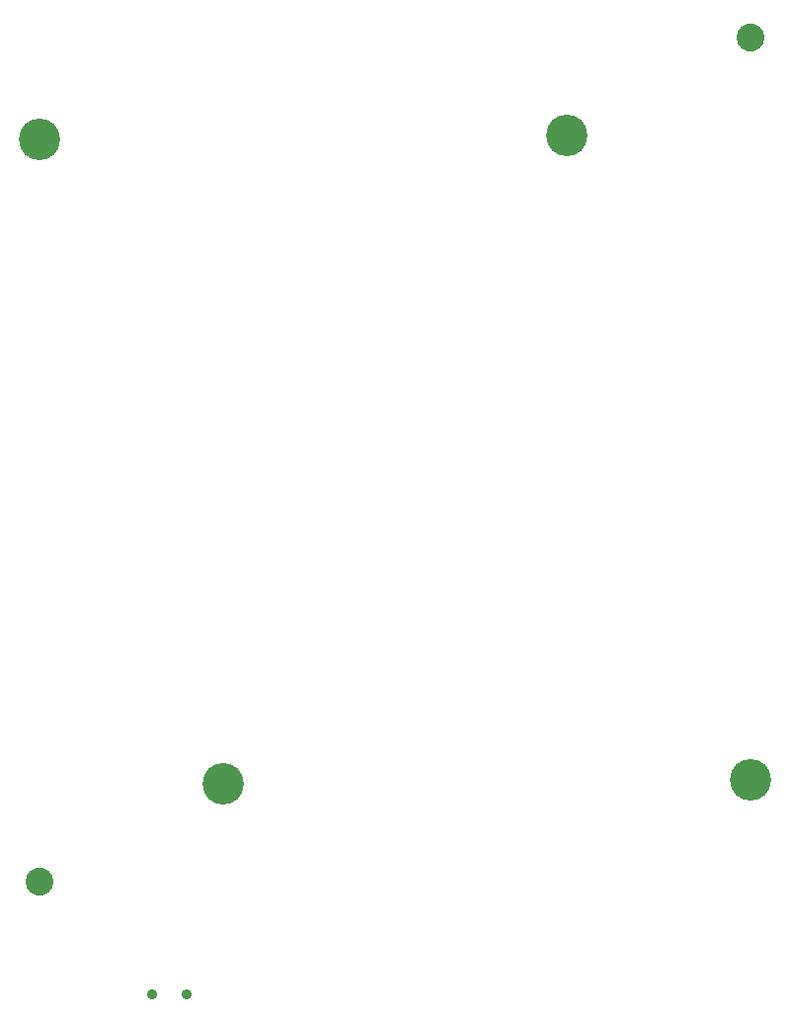
<source format=gbr>
%TF.GenerationSoftware,KiCad,Pcbnew,9.0.5*%
%TF.CreationDate,2026-01-12T16:44:49+01:00*%
%TF.ProjectId,ZumoComSystem,5a756d6f-436f-46d5-9379-7374656d2e6b,V1.2*%
%TF.SameCoordinates,Original*%
%TF.FileFunction,NonPlated,1,4,NPTH,Drill*%
%TF.FilePolarity,Positive*%
%FSLAX46Y46*%
G04 Gerber Fmt 4.6, Leading zero omitted, Abs format (unit mm)*
G04 Created by KiCad (PCBNEW 9.0.5) date 2026-01-12 16:44:49*
%MOMM*%
%LPD*%
G01*
G04 APERTURE LIST*
%TA.AperFunction,ComponentDrill*%
%ADD10C,0.900000*%
%TD*%
%TA.AperFunction,ComponentDrill*%
%ADD11C,2.390000*%
%TD*%
%TA.AperFunction,ComponentDrill*%
%ADD12C,3.550000*%
%TD*%
G04 APERTURE END LIST*
D10*
%TO.C,SW6*%
X126175000Y-142400000D03*
X129175000Y-142400000D03*
D11*
%TO.C,BT1*%
X116530000Y-132710000D03*
%TO.C,BT2*%
X177470000Y-60480000D03*
D12*
%TO.C,BT1*%
X116530000Y-69130000D03*
X132270000Y-124330000D03*
%TO.C,BT2*%
X161730000Y-68860000D03*
X177470000Y-124060000D03*
M02*

</source>
